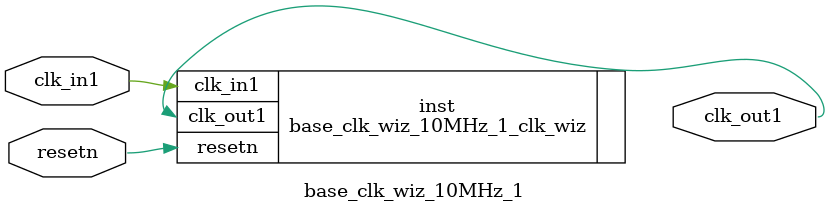
<source format=v>


`timescale 1ps/1ps

(* CORE_GENERATION_INFO = "base_clk_wiz_10MHz_1,clk_wiz_v6_0_5_0_0,{component_name=base_clk_wiz_10MHz_1,use_phase_alignment=true,use_min_o_jitter=false,use_max_i_jitter=false,use_dyn_phase_shift=false,use_inclk_switchover=false,use_dyn_reconfig=false,enable_axi=0,feedback_source=FDBK_AUTO,PRIMITIVE=MMCM,num_out_clk=1,clkin1_period=10.000,clkin2_period=10.000,use_power_down=false,use_reset=true,use_locked=false,use_inclk_stopped=false,feedback_type=SINGLE,CLOCK_MGR_TYPE=NA,manual_override=false}" *)

module base_clk_wiz_10MHz_1 
 (
  // Clock out ports
  output        clk_out1,
  // Status and control signals
  input         resetn,
 // Clock in ports
  input         clk_in1
 );

  base_clk_wiz_10MHz_1_clk_wiz inst
  (
  // Clock out ports  
  .clk_out1(clk_out1),
  // Status and control signals               
  .resetn(resetn), 
 // Clock in ports
  .clk_in1(clk_in1)
  );

endmodule

</source>
